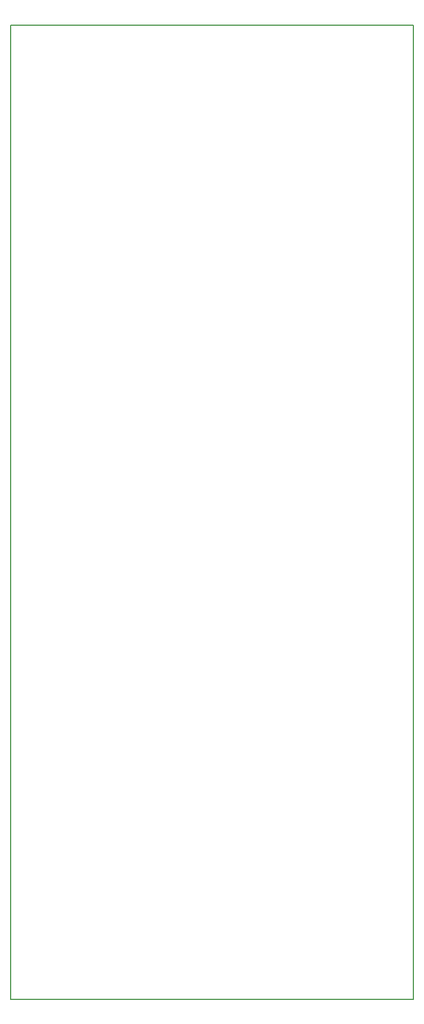
<source format=gm1>
G04 #@! TF.FileFunction,Profile,NP*
%FSLAX46Y46*%
G04 Gerber Fmt 4.6, Leading zero omitted, Abs format (unit mm)*
G04 Created by KiCad (PCBNEW 4.0.7) date Wed Feb 14 16:44:24 2018*
%MOMM*%
%LPD*%
G01*
G04 APERTURE LIST*
%ADD10C,0.100000*%
%ADD11C,0.150000*%
G04 APERTURE END LIST*
D10*
D11*
X13608219Y-160914377D02*
X74568219Y-160914377D01*
X13608219Y-13594377D02*
X13608219Y-160914377D01*
X74568219Y-13594377D02*
X13608219Y-13594377D01*
X74568219Y-158374377D02*
X74568219Y-13594377D01*
X74568219Y-160914377D02*
X74568219Y-158374377D01*
M02*

</source>
